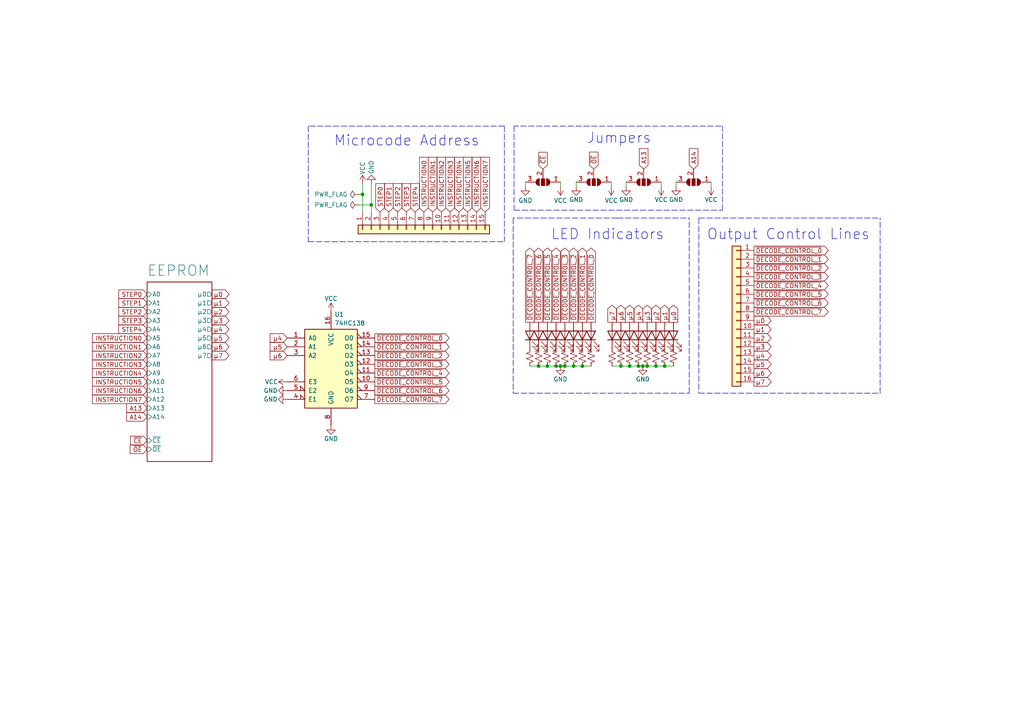
<source format=kicad_sch>
(kicad_sch (version 20211123) (generator eeschema)
  (paper "A4")
  (lib_symbols
    (symbol "74xx:74LS138" (pin_names (offset 1.016))
      (property "Reference" "U" (at -7.62 11.43 0))
      (property "Value" "74LS138" (at -7.62 -13.97 0))
      (symbol "74LS138_1_0"
        (pin input line (at -12.7 7.62 0) (length 5.08) (name "A0") (number "1"))
        (pin output output_low (at 12.7 -5.08 180) (length 5.08) (name "O5") (number "10"))
        (pin output output_low (at 12.7 -2.54 180) (length 5.08) (name "O4") (number "11"))
        (pin output output_low (at 12.7 0 180) (length 5.08) (name "O3") (number "12"))
        (pin output output_low (at 12.7 2.54 180) (length 5.08) (name "O2") (number "13"))
        (pin output output_low (at 12.7 5.08 180) (length 5.08) (name "O1") (number "14"))
        (pin output output_low (at 12.7 7.62 180) (length 5.08) (name "O0") (number "15"))
        (pin power_in line (at 0 15.24 270) (length 5.08) (name "VCC") (number "16"))
        (pin input line (at -12.7 5.08 0) (length 5.08) (name "A1") (number "2"))
        (pin input line (at -12.7 2.54 0) (length 5.08) (name "A2") (number "3"))
        (pin input input_low (at -12.7 -10.16 0) (length 5.08) (name "E1") (number "4"))
        (pin input input_low (at -12.7 -7.62 0) (length 5.08) (name "E2") (number "5"))
        (pin input line (at -12.7 -5.08 0) (length 5.08) (name "E3") (number "6"))
        (pin output output_low (at 12.7 -10.16 180) (length 5.08) (name "O7") (number "7"))
        (pin power_in line (at 0 -17.78 90) (length 5.08) (name "GND") (number "8"))
        (pin output output_low (at 12.7 -7.62 180) (length 5.08) (name "O6") (number "9"))
      )
      (symbol "74LS138_1_1"
        (rectangle (start -7.62 10.16) (end 7.62 -12.7) (stroke (width 0.254)) (fill (type background)))
      )
    )
    (symbol "Connector_Generic:Conn_01x15" (pin_names (offset 1.016) hide)
      (property "Reference" "J" (at 0 20.32 0))
      (property "Value" "Conn_01x15" (at 0 -20.32 0))
      (symbol "Conn_01x15_1_1"
        (rectangle (start -1.27 -17.653) (end 0 -17.907) (stroke (width 0.1524)))
        (rectangle (start -1.27 -15.113) (end 0 -15.367) (stroke (width 0.1524)))
        (rectangle (start -1.27 -12.573) (end 0 -12.827) (stroke (width 0.1524)))
        (rectangle (start -1.27 -10.033) (end 0 -10.287) (stroke (width 0.1524)))
        (rectangle (start -1.27 -7.493) (end 0 -7.747) (stroke (width 0.1524)))
        (rectangle (start -1.27 -4.953) (end 0 -5.207) (stroke (width 0.1524)))
        (rectangle (start -1.27 -2.413) (end 0 -2.667) (stroke (width 0.1524)))
        (rectangle (start -1.27 0.127) (end 0 -0.127) (stroke (width 0.1524)))
        (rectangle (start -1.27 2.667) (end 0 2.413) (stroke (width 0.1524)))
        (rectangle (start -1.27 5.207) (end 0 4.953) (stroke (width 0.1524)))
        (rectangle (start -1.27 7.747) (end 0 7.493) (stroke (width 0.1524)))
        (rectangle (start -1.27 10.287) (end 0 10.033) (stroke (width 0.1524)))
        (rectangle (start -1.27 12.827) (end 0 12.573) (stroke (width 0.1524)))
        (rectangle (start -1.27 15.367) (end 0 15.113) (stroke (width 0.1524)))
        (rectangle (start -1.27 17.907) (end 0 17.653) (stroke (width 0.1524)))
        (rectangle (start -1.27 19.05) (end 1.27 -19.05) (stroke (width 0.254)) (fill (type background)))
        (pin passive line (at -5.08 17.78 0) (length 3.81) (name "Pin_1") (number "1"))
        (pin passive line (at -5.08 -5.08 0) (length 3.81) (name "Pin_10") (number "10"))
        (pin passive line (at -5.08 -7.62 0) (length 3.81) (name "Pin_11") (number "11"))
        (pin passive line (at -5.08 -10.16 0) (length 3.81) (name "Pin_12") (number "12"))
        (pin passive line (at -5.08 -12.7 0) (length 3.81) (name "Pin_13") (number "13"))
        (pin passive line (at -5.08 -15.24 0) (length 3.81) (name "Pin_14") (number "14"))
        (pin passive line (at -5.08 -17.78 0) (length 3.81) (name "Pin_15") (number "15"))
        (pin passive line (at -5.08 15.24 0) (length 3.81) (name "Pin_2") (number "2"))
        (pin passive line (at -5.08 12.7 0) (length 3.81) (name "Pin_3") (number "3"))
        (pin passive line (at -5.08 10.16 0) (length 3.81) (name "Pin_4") (number "4"))
        (pin passive line (at -5.08 7.62 0) (length 3.81) (name "Pin_5") (number "5"))
        (pin passive line (at -5.08 5.08 0) (length 3.81) (name "Pin_6") (number "6"))
        (pin passive line (at -5.08 2.54 0) (length 3.81) (name "Pin_7") (number "7"))
        (pin passive line (at -5.08 0 0) (length 3.81) (name "Pin_8") (number "8"))
        (pin passive line (at -5.08 -2.54 0) (length 3.81) (name "Pin_9") (number "9"))
      )
    )
    (symbol "Connector_Generic:Conn_01x16" (pin_names (offset 1.016) hide)
      (property "Reference" "J" (at 0 20.32 0))
      (property "Value" "Conn_01x16" (at 0 -22.86 0))
      (symbol "Conn_01x16_1_1"
        (rectangle (start -1.27 -20.193) (end 0 -20.447) (stroke (width 0.1524)))
        (rectangle (start -1.27 -17.653) (end 0 -17.907) (stroke (width 0.1524)))
        (rectangle (start -1.27 -15.113) (end 0 -15.367) (stroke (width 0.1524)))
        (rectangle (start -1.27 -12.573) (end 0 -12.827) (stroke (width 0.1524)))
        (rectangle (start -1.27 -10.033) (end 0 -10.287) (stroke (width 0.1524)))
        (rectangle (start -1.27 -7.493) (end 0 -7.747) (stroke (width 0.1524)))
        (rectangle (start -1.27 -4.953) (end 0 -5.207) (stroke (width 0.1524)))
        (rectangle (start -1.27 -2.413) (end 0 -2.667) (stroke (width 0.1524)))
        (rectangle (start -1.27 0.127) (end 0 -0.127) (stroke (width 0.1524)))
        (rectangle (start -1.27 2.667) (end 0 2.413) (stroke (width 0.1524)))
        (rectangle (start -1.27 5.207) (end 0 4.953) (stroke (width 0.1524)))
        (rectangle (start -1.27 7.747) (end 0 7.493) (stroke (width 0.1524)))
        (rectangle (start -1.27 10.287) (end 0 10.033) (stroke (width 0.1524)))
        (rectangle (start -1.27 12.827) (end 0 12.573) (stroke (width 0.1524)))
        (rectangle (start -1.27 15.367) (end 0 15.113) (stroke (width 0.1524)))
        (rectangle (start -1.27 17.907) (end 0 17.653) (stroke (width 0.1524)))
        (rectangle (start -1.27 19.05) (end 1.27 -21.59) (stroke (width 0.254)) (fill (type background)))
        (pin passive line (at -5.08 17.78 0) (length 3.81) (name "Pin_1") (number "1"))
        (pin passive line (at -5.08 -5.08 0) (length 3.81) (name "Pin_10") (number "10"))
        (pin passive line (at -5.08 -7.62 0) (length 3.81) (name "Pin_11") (number "11"))
        (pin passive line (at -5.08 -10.16 0) (length 3.81) (name "Pin_12") (number "12"))
        (pin passive line (at -5.08 -12.7 0) (length 3.81) (name "Pin_13") (number "13"))
        (pin passive line (at -5.08 -15.24 0) (length 3.81) (name "Pin_14") (number "14"))
        (pin passive line (at -5.08 -17.78 0) (length 3.81) (name "Pin_15") (number "15"))
        (pin passive line (at -5.08 -20.32 0) (length 3.81) (name "Pin_16") (number "16"))
        (pin passive line (at -5.08 15.24 0) (length 3.81) (name "Pin_2") (number "2"))
        (pin passive line (at -5.08 12.7 0) (length 3.81) (name "Pin_3") (number "3"))
        (pin passive line (at -5.08 10.16 0) (length 3.81) (name "Pin_4") (number "4"))
        (pin passive line (at -5.08 7.62 0) (length 3.81) (name "Pin_5") (number "5"))
        (pin passive line (at -5.08 5.08 0) (length 3.81) (name "Pin_6") (number "6"))
        (pin passive line (at -5.08 2.54 0) (length 3.81) (name "Pin_7") (number "7"))
        (pin passive line (at -5.08 0 0) (length 3.81) (name "Pin_8") (number "8"))
        (pin passive line (at -5.08 -2.54 0) (length 3.81) (name "Pin_9") (number "9"))
      )
    )
    (symbol "Device:LED" (pin_numbers hide) (pin_names (offset 1.016) hide)
      (property "Reference" "D" (at 0 2.54 0))
      (property "Value" "LED" (at 0 -2.54 0))
      (symbol "LED_0_1"
        (polyline (pts (xy -1.27 -1.27) (xy -1.27 1.27)) (stroke (width 0.254)))
        (polyline (pts (xy -1.27 0) (xy 1.27 0)))
        (polyline (pts (xy 1.27 -1.27) (xy 1.27 1.27) (xy -1.27 0) (xy 1.27 -1.27)) (stroke (width 0.254)))
        (polyline (pts (xy -3.048 -0.762) (xy -4.572 -2.286) (xy -3.81 -2.286) (xy -4.572 -2.286) (xy -4.572 -1.524)))
        (polyline (pts (xy -1.778 -0.762) (xy -3.302 -2.286) (xy -2.54 -2.286) (xy -3.302 -2.286) (xy -3.302 -1.524)))
      )
      (symbol "LED_1_1"
        (pin passive line (at -3.81 0 0) (length 2.54) (name "K") (number "1"))
        (pin passive line (at 3.81 0 180) (length 2.54) (name "A") (number "2"))
      )
    )
    (symbol "Device:R_Small_US" (pin_numbers hide) (pin_names (offset 0.254) hide)
      (property "Reference" "R" (at 0.762 0.508 0))
      (property "Value" "R_Small_US" (at 0.762 -1.016 0))
      (symbol "R_Small_US_1_1"
        (polyline (pts (xy 0 0) (xy 1.016 -0.381) (xy 0 -0.762) (xy -1.016 -1.143) (xy 0 -1.524)))
        (polyline (pts (xy 0 1.524) (xy 1.016 1.143) (xy 0 0.762) (xy -1.016 0.381) (xy 0 0)))
        (pin passive line (at 0 2.54 270) (length 1.016) (name "~") (number "1"))
        (pin passive line (at 0 -2.54 90) (length 1.016) (name "~") (number "2"))
      )
    )
    (symbol "Jumper:SolderJumper_3_Open" (pin_names (offset 0) hide)
      (property "Reference" "JP" (at -2.54 -2.54 0))
      (property "Value" "SolderJumper_3_Open" (at 0 2.794 0))
      (symbol "SolderJumper_3_Open_0_1"
        (arc (start -1.016 1.016) (mid -2.032 0) (end -1.016 -1.016))
        (arc (start -1.016 1.016) (mid -2.032 0) (end -1.016 -1.016) (fill (type outline)))
        (rectangle (start -0.508 1.016) (end 0.508 -1.016) (fill (type outline)))
        (polyline (pts (xy -2.54 0) (xy -2.032 0)))
        (polyline (pts (xy -1.016 1.016) (xy -1.016 -1.016)))
        (polyline (pts (xy 0 -1.27) (xy 0 -1.016)))
        (polyline (pts (xy 1.016 1.016) (xy 1.016 -1.016)))
        (polyline (pts (xy 2.54 0) (xy 2.032 0)))
        (arc (start 1.016 -1.016) (mid 2.032 0) (end 1.016 1.016))
        (arc (start 1.016 -1.016) (mid 2.032 0) (end 1.016 1.016) (fill (type outline)))
      )
      (symbol "SolderJumper_3_Open_1_1"
        (pin passive line (at -5.08 0 0) (length 2.54) (name "A") (number "1"))
        (pin input line (at 0 -3.81 90) (length 2.54) (name "C") (number "2"))
        (pin passive line (at 5.08 0 180) (length 2.54) (name "B") (number "3"))
      )
    )
    (symbol "power:GND" (power) (pin_names (offset 0))
      (property "Value" "GND" (at 0 -3.81 0))
      (symbol "GND_0_1"
        (polyline (pts (xy 0 0) (xy 0 -1.27) (xy 1.27 -1.27) (xy 0 -2.54) (xy -1.27 -1.27) (xy 0 -1.27)))
      )
      (symbol "GND_1_1"
        (pin power_in line (at 0 0 270) (length 0) hide (name "GND") (number "1"))
      )
    )
    (symbol "power:PWR_FLAG" (power) (pin_numbers hide) (pin_names (offset 0) hide)
      (property "Value" "PWR_FLAG" (at 0 3.81 0))
      (symbol "PWR_FLAG_0_0"
        (pin power_out line (at 0 0 90) (length 0) (name "pwr") (number "1"))
      )
      (symbol "PWR_FLAG_0_1"
        (polyline (pts (xy 0 0) (xy 0 1.27) (xy -1.016 1.905) (xy 0 2.54) (xy 1.016 1.905) (xy 0 1.27)))
      )
    )
    (symbol "power:VCC" (power) (pin_names (offset 0))
      (property "Value" "VCC" (at 0 3.81 0))
      (symbol "VCC_0_1"
        (polyline (pts (xy -0.762 1.27) (xy 0 2.54)))
        (polyline (pts (xy 0 0) (xy 0 2.54)))
        (polyline (pts (xy 0 2.54) (xy 0.762 1.27)))
      )
      (symbol "VCC_1_1"
        (pin power_in line (at 0 0 90) (length 0) hide (name "VCC") (number "1"))
      )
    )
  )
  (junction (at 158.75 106.172))
  (junction (at 161.29 106.172))
  (junction (at 105.156 56.388))
  (junction (at 192.786 106.172))
  (junction (at 187.706 106.172))
  (junction (at 163.83 106.172))
  (junction (at 162.56 106.172))
  (junction (at 190.246 106.172))
  (junction (at 168.91 106.172))
  (junction (at 156.21 106.172))
  (junction (at 107.696 59.436))
  (junction (at 180.086 106.172))
  (junction (at 166.37 106.172))
  (junction (at 186.436 106.172))
  (junction (at 185.166 106.172))
  (junction (at 182.626 106.172))
  (wire (pts (xy 191.77 54.102) (xy 191.77 52.832)))
  (wire (pts (xy 158.75 106.172) (xy 156.21 106.172)))
  (polyline (pts (xy 148.844 63.246) (xy 148.844 114.046)))
  (wire (pts (xy 107.696 59.436) (xy 107.696 61.468)))
  (polyline (pts (xy 199.898 114.046) (xy 199.898 63.246)))
  (polyline (pts (xy 146.304 36.576) (xy 89.408 36.576)))
  (polyline (pts (xy 202.692 114.046) (xy 255.27 114.046)))
  (wire (pts (xy 182.626 106.172) (xy 185.166 106.172)))
  (polyline (pts (xy 149.098 36.576) (xy 149.098 60.96)))
  (polyline (pts (xy 89.408 70.104) (xy 146.304 70.104)))
  (wire (pts (xy 162.56 54.102) (xy 162.56 52.832)))
  (wire (pts (xy 171.45 106.172) (xy 168.91 106.172)))
  (wire (pts (xy 186.436 106.172) (xy 187.706 106.172)))
  (wire (pts (xy 162.56 106.172) (xy 161.29 106.172)))
  (wire (pts (xy 107.696 53.34) (xy 107.696 59.436)))
  (wire (pts (xy 190.246 106.172) (xy 192.786 106.172)))
  (wire (pts (xy 156.21 106.172) (xy 153.67 106.172)))
  (wire (pts (xy 168.91 106.172) (xy 166.37 106.172)))
  (wire (pts (xy 196.088 54.102) (xy 196.088 52.832)))
  (wire (pts (xy 104.14 56.388) (xy 105.156 56.388)))
  (wire (pts (xy 206.248 54.102) (xy 206.248 52.832)))
  (wire (pts (xy 181.61 54.102) (xy 181.61 52.832)))
  (wire (pts (xy 177.292 54.102) (xy 177.292 52.832)))
  (wire (pts (xy 105.156 53.34) (xy 105.156 56.388)))
  (polyline (pts (xy 149.098 60.96) (xy 209.55 60.96)))
  (wire (pts (xy 192.786 106.172) (xy 195.326 106.172)))
  (wire (pts (xy 177.546 106.172) (xy 180.086 106.172)))
  (polyline (pts (xy 146.304 36.576) (xy 146.304 70.104)))
  (polyline (pts (xy 179.07 63.246) (xy 148.844 63.246)))
  (wire (pts (xy 161.29 106.172) (xy 158.75 106.172)))
  (polyline (pts (xy 255.27 114.046) (xy 255.27 63.246)))
  (wire (pts (xy 180.086 106.172) (xy 182.626 106.172)))
  (wire (pts (xy 187.706 106.172) (xy 190.246 106.172)))
  (wire (pts (xy 185.166 106.172) (xy 186.436 106.172)))
  (wire (pts (xy 166.37 106.172) (xy 163.83 106.172)))
  (polyline (pts (xy 89.408 36.576) (xy 89.408 70.104)))
  (polyline (pts (xy 202.692 63.246) (xy 202.692 114.046)))
  (wire (pts (xy 105.156 56.388) (xy 105.156 61.468)))
  (polyline (pts (xy 202.692 63.246) (xy 255.27 63.246)))
  (polyline (pts (xy 148.844 114.046) (xy 199.898 114.046)))
  (polyline (pts (xy 180.086 36.576) (xy 209.55 36.576)))
  (polyline (pts (xy 180.086 36.576) (xy 149.098 36.576)))
  (polyline (pts (xy 209.55 60.96) (xy 209.55 36.576)))
  (polyline (pts (xy 179.07 63.246) (xy 199.898 63.246)))
  (wire (pts (xy 104.14 59.436) (xy 107.696 59.436)))
  (wire (pts (xy 163.83 106.172) (xy 162.56 106.172)))
  (wire (pts (xy 167.132 54.102) (xy 167.132 52.832)))
  (wire (pts (xy 152.4 54.102) (xy 152.4 52.832)))
  (text "Output Control Lines" (at 204.978 69.85 0) (effects (font (size 3 3)) (justify left bottom)))
  (text "Microcode Address" (at 96.774 42.672 0) (effects (font (size 3 3)) (justify left bottom)))
  (text "LED Indicators" (at 159.766 69.85 0) (effects (font (size 3 3)) (justify left bottom)))
  (text "Jumpers" (at 170.18 41.91 0) (effects (font (size 3 3)) (justify left bottom)))
  (global_label "INSTRUCTION4" (shape input) (at 133.096 61.468 90) (property "Intersheet References" "${INTERSHEET_REFS}" (effects hide)))
  (global_label "STEP4" (shape input) (at 42.672 95.504 180) (property "Intersheet References" "${INTERSHEET_REFS}" (effects hide)))
  (global_label "~{DECODE_CONTROL_4}" (shape output) (at 161.29 93.472 90) (property "Intersheet References" "${INTERSHEET_REFS}" (effects hide)))
  (global_label "INSTRUCTION3" (shape input) (at 42.672 105.664 180) (property "Intersheet References" "${INTERSHEET_REFS}" (effects hide)))
  (global_label "~{DECODE_CONTROL_6}" (shape output) (at 108.712 113.284 0) (property "Intersheet References" "${INTERSHEET_REFS}" (effects hide)))
  (global_label "STEP2" (shape input) (at 42.672 90.424 180) (property "Intersheet References" "${INTERSHEET_REFS}" (effects hide)))
  (global_label "μ5" (shape input) (at 83.312 100.584 180) (property "Intersheet References" "${INTERSHEET_REFS}" (effects hide)))
  (global_label "μ6" (shape output) (at 61.468 100.584 0) (property "Intersheet References" "${INTERSHEET_REFS}" (effects hide)))
  (global_label "INSTRUCTION5" (shape input) (at 135.636 61.468 90) (property "Intersheet References" "${INTERSHEET_REFS}" (effects hide)))
  (global_label "INSTRUCTION2" (shape input) (at 42.672 103.124 180) (property "Intersheet References" "${INTERSHEET_REFS}" (effects hide)))
  (global_label "~{DECODE_CONTROL_3}" (shape output) (at 163.83 93.472 90) (property "Intersheet References" "${INTERSHEET_REFS}" (effects hide)))
  (global_label "~{CE}" (shape input) (at 157.48 49.022 90) (property "Intersheet References" "${INTERSHEET_REFS}" (effects hide)))
  (global_label "~{DECODE_CONTROL_7}" (shape output) (at 218.694 90.424 0) (property "Intersheet References" "${INTERSHEET_REFS}" (effects hide)))
  (global_label "STEP3" (shape input) (at 117.856 61.468 90) (property "Intersheet References" "${INTERSHEET_REFS}" (effects hide)))
  (global_label "μ0" (shape output) (at 218.694 92.964 0) (property "Intersheet References" "${INTERSHEET_REFS}" (effects hide)))
  (global_label "μ6" (shape input) (at 83.312 103.124 180) (property "Intersheet References" "${INTERSHEET_REFS}" (effects hide)))
  (global_label "μ4" (shape input) (at 83.312 98.044 180) (property "Intersheet References" "${INTERSHEET_REFS}" (effects hide)))
  (global_label "STEP1" (shape input) (at 112.776 61.468 90) (property "Intersheet References" "${INTERSHEET_REFS}" (effects hide)))
  (global_label "μ0" (shape output) (at 195.326 93.472 90) (property "Intersheet References" "${INTERSHEET_REFS}" (effects hide)))
  (global_label "INSTRUCTION2" (shape input) (at 128.016 61.468 90) (property "Intersheet References" "${INTERSHEET_REFS}" (effects hide)))
  (global_label "~{DECODE_CONTROL_5}" (shape output) (at 158.75 93.472 90) (property "Intersheet References" "${INTERSHEET_REFS}" (effects hide)))
  (global_label "~{DECODE_CONTROL_2}" (shape output) (at 166.37 93.472 90) (property "Intersheet References" "${INTERSHEET_REFS}" (effects hide)))
  (global_label "~{DECODE_CONTROL_4}" (shape output) (at 218.694 82.804 0) (property "Intersheet References" "${INTERSHEET_REFS}" (effects hide)))
  (global_label "μ6" (shape output) (at 218.694 108.204 0) (property "Intersheet References" "${INTERSHEET_REFS}" (effects hide)))
  (global_label "~{DECODE_CONTROL_0}" (shape output) (at 171.45 93.472 90) (property "Intersheet References" "${INTERSHEET_REFS}" (effects hide)))
  (global_label "~{DECODE_CONTROL_1}" (shape output) (at 108.712 100.584 0) (property "Intersheet References" "${INTERSHEET_REFS}" (effects hide)))
  (global_label "μ7" (shape output) (at 218.694 110.744 0) (property "Intersheet References" "${INTERSHEET_REFS}" (effects hide)))
  (global_label "μ7" (shape output) (at 61.468 103.124 0) (property "Intersheet References" "${INTERSHEET_REFS}" (effects hide)))
  (global_label "μ7" (shape output) (at 177.546 93.472 90) (property "Intersheet References" "${INTERSHEET_REFS}" (effects hide)))
  (global_label "μ3" (shape output) (at 61.468 92.964 0) (property "Intersheet References" "${INTERSHEET_REFS}" (effects hide)))
  (global_label "μ5" (shape output) (at 218.694 105.664 0) (property "Intersheet References" "${INTERSHEET_REFS}" (effects hide)))
  (global_label "A14" (shape input) (at 201.168 49.022 90) (property "Intersheet References" "${INTERSHEET_REFS}" (effects hide)))
  (global_label "~{DECODE_CONTROL_6}" (shape output) (at 218.694 87.884 0) (property "Intersheet References" "${INTERSHEET_REFS}" (effects hide)))
  (global_label "~{OE}" (shape input) (at 172.212 49.022 90) (property "Intersheet References" "${INTERSHEET_REFS}" (effects hide)))
  (global_label "INSTRUCTION5" (shape input) (at 42.672 110.744 180) (property "Intersheet References" "${INTERSHEET_REFS}" (effects hide)))
  (global_label "~{DECODE_CONTROL_5}" (shape output) (at 108.712 110.744 0) (property "Intersheet References" "${INTERSHEET_REFS}" (effects hide)))
  (global_label "A13" (shape input) (at 42.672 118.364 180) (property "Intersheet References" "${INTERSHEET_REFS}" (effects hide)))
  (global_label "~{DECODE_CONTROL_2}" (shape output) (at 218.694 77.724 0) (property "Intersheet References" "${INTERSHEET_REFS}" (effects hide)))
  (global_label "μ2" (shape output) (at 61.468 90.424 0) (property "Intersheet References" "${INTERSHEET_REFS}" (effects hide)))
  (global_label "~{DECODE_CONTROL_7}" (shape output) (at 153.67 93.472 90) (property "Intersheet References" "${INTERSHEET_REFS}" (effects hide)))
  (global_label "μ1" (shape output) (at 218.694 95.504 0) (property "Intersheet References" "${INTERSHEET_REFS}" (effects hide)))
  (global_label "A13" (shape input) (at 186.69 49.022 90) (property "Intersheet References" "${INTERSHEET_REFS}" (effects hide)))
  (global_label "INSTRUCTION1" (shape input) (at 125.476 61.468 90) (property "Intersheet References" "${INTERSHEET_REFS}" (effects hide)))
  (global_label "μ1" (shape output) (at 61.468 87.884 0) (property "Intersheet References" "${INTERSHEET_REFS}" (effects hide)))
  (global_label "INSTRUCTION0" (shape input) (at 42.672 98.044 180) (property "Intersheet References" "${INTERSHEET_REFS}" (effects hide)))
  (global_label "μ2" (shape output) (at 218.694 98.044 0) (property "Intersheet References" "${INTERSHEET_REFS}" (effects hide)))
  (global_label "INSTRUCTION7" (shape input) (at 42.672 115.824 180) (property "Intersheet References" "${INTERSHEET_REFS}" (effects hide)))
  (global_label "~{OE}" (shape input) (at 42.672 130.302 180) (property "Intersheet References" "${INTERSHEET_REFS}" (effects hide)))
  (global_label "~{DECODE_CONTROL_4}" (shape output) (at 108.712 108.204 0) (property "Intersheet References" "${INTERSHEET_REFS}" (effects hide)))
  (global_label "INSTRUCTION4" (shape input) (at 42.672 108.204 180) (property "Intersheet References" "${INTERSHEET_REFS}" (effects hide)))
  (global_label "~{DECODE_CONTROL_3}" (shape output) (at 218.694 80.264 0) (property "Intersheet References" "${INTERSHEET_REFS}" (effects hide)))
  (global_label "~{DECODE_CONTROL_6}" (shape output) (at 156.21 93.472 90) (property "Intersheet References" "${INTERSHEET_REFS}" (effects hide)))
  (global_label "μ5" (shape output) (at 182.626 93.472 90) (property "Intersheet References" "${INTERSHEET_REFS}" (effects hide)))
  (global_label "~{DECODE_CONTROL_0}" (shape output) (at 218.694 72.644 0) (property "Intersheet References" "${INTERSHEET_REFS}" (effects hide)))
  (global_label "A14" (shape input) (at 42.672 120.904 180) (property "Intersheet References" "${INTERSHEET_REFS}" (effects hide)))
  (global_label "~{DECODE_CONTROL_5}" (shape output) (at 218.694 85.344 0) (property "Intersheet References" "${INTERSHEET_REFS}" (effects hide)))
  (global_label "~{DECODE_CONTROL_3}" (shape output) (at 108.712 105.664 0) (property "Intersheet References" "${INTERSHEET_REFS}" (effects hide)))
  (global_label "STEP0" (shape input) (at 42.672 85.344 180) (property "Intersheet References" "${INTERSHEET_REFS}" (effects hide)))
  (global_label "INSTRUCTION0" (shape input) (at 122.936 61.468 90) (property "Intersheet References" "${INTERSHEET_REFS}" (effects hide)))
  (global_label "~{DECODE_CONTROL_7}" (shape output) (at 108.712 115.824 0) (property "Intersheet References" "${INTERSHEET_REFS}" (effects hide)))
  (global_label "~{CE}" (shape input) (at 42.672 127.762 180) (property "Intersheet References" "${INTERSHEET_REFS}" (effects hide)))
  (global_label "μ5" (shape output) (at 61.468 98.044 0) (property "Intersheet References" "${INTERSHEET_REFS}" (effects hide)))
  (global_label "INSTRUCTION1" (shape input) (at 42.672 100.584 180) (property "Intersheet References" "${INTERSHEET_REFS}" (effects hide)))
  (global_label "INSTRUCTION3" (shape input) (at 130.556 61.468 90) (property "Intersheet References" "${INTERSHEET_REFS}" (effects hide)))
  (global_label "μ1" (shape output) (at 192.786 93.472 90) (property "Intersheet References" "${INTERSHEET_REFS}" (effects hide)))
  (global_label "μ2" (shape output) (at 190.246 93.472 90) (property "Intersheet References" "${INTERSHEET_REFS}" (effects hide)))
  (global_label "STEP4" (shape input) (at 120.396 61.468 90) (property "Intersheet References" "${INTERSHEET_REFS}" (effects hide)))
  (global_label "μ4" (shape output) (at 218.694 103.124 0) (property "Intersheet References" "${INTERSHEET_REFS}" (effects hide)))
  (global_label "~{DECODE_CONTROL_2}" (shape output) (at 108.712 103.124 0) (property "Intersheet References" "${INTERSHEET_REFS}" (effects hide)))
  (global_label "~{DECODE_CONTROL_1}" (shape output) (at 168.91 93.472 90) (property "Intersheet References" "${INTERSHEET_REFS}" (effects hide)))
  (global_label "μ4" (shape output) (at 185.166 93.472 90) (property "Intersheet References" "${INTERSHEET_REFS}" (effects hide)))
  (global_label "INSTRUCTION7" (shape input) (at 140.716 61.468 90) (property "Intersheet References" "${INTERSHEET_REFS}" (effects hide)))
  (global_label "μ6" (shape output) (at 180.086 93.472 90) (property "Intersheet References" "${INTERSHEET_REFS}" (effects hide)))
  (global_label "μ3" (shape output) (at 187.706 93.472 90) (property "Intersheet References" "${INTERSHEET_REFS}" (effects hide)))
  (global_label "μ4" (shape output) (at 61.468 95.504 0) (property "Intersheet References" "${INTERSHEET_REFS}" (effects hide)))
  (global_label "STEP2" (shape input) (at 115.316 61.468 90) (property "Intersheet References" "${INTERSHEET_REFS}" (effects hide)))
  (global_label "STEP0" (shape input) (at 110.236 61.468 90) (property "Intersheet References" "${INTERSHEET_REFS}" (effects hide)))
  (global_label "STEP3" (shape input) (at 42.672 92.964 180) (property "Intersheet References" "${INTERSHEET_REFS}" (effects hide)))
  (global_label "μ3" (shape output) (at 218.694 100.584 0) (property "Intersheet References" "${INTERSHEET_REFS}" (effects hide)))
  (global_label "STEP1" (shape input) (at 42.672 87.884 180) (property "Intersheet References" "${INTERSHEET_REFS}" (effects hide)))
  (global_label "~{DECODE_CONTROL_1}" (shape output) (at 218.694 75.184 0) (property "Intersheet References" "${INTERSHEET_REFS}" (effects hide)))
  (global_label "μ0" (shape output) (at 61.468 85.344 0) (property "Intersheet References" "${INTERSHEET_REFS}" (effects hide)))
  (global_label "INSTRUCTION6" (shape input) (at 42.672 113.284 180) (property "Intersheet References" "${INTERSHEET_REFS}" (effects hide)))
  (global_label "~{DECODE_CONTROL_0}" (shape output) (at 108.712 98.044 0) (property "Intersheet References" "${INTERSHEET_REFS}" (effects hide)))
  (global_label "INSTRUCTION6" (shape input) (at 138.176 61.468 90) (property "Intersheet References" "${INTERSHEET_REFS}" (effects hide)))
  (symbol (lib_id "power:GND") (at 181.61 54.102 0) (unit 1)
    (property "Reference" "#PWR012" (effects hide))
    (property "Value" "GND" (at 181.61 57.912 0))
  )
  (symbol (lib_id "Device:R_Small_US") (at 171.45 103.632 0) (mirror y) (unit 1)
    (property "Reference" "R16" (effects hide))
    (property "Value" "R_Small_US" (effects hide))
    (property "Footprint" "Resistor_SMD:R_0805_2012Metric" (effects hide))
  )
  (symbol (lib_id "power:PWR_FLAG") (at 104.14 56.388 90) (unit 1)
    (property "Reference" "#FLG01" (effects hide))
    (property "Value" "PWR_FLAG" (at 100.838 56.3879 90) (effects (justify left)))
  )
  (symbol (lib_id "Device:LED") (at 163.83 97.282 90) (unit 1)
    (property "Reference" "D10" (effects hide))
    (property "Value" "LED" (effects hide))
    (property "Footprint" "LED_SMD:LED_0805_2012Metric" (effects hide))
  )
  (symbol (lib_id "Device:LED") (at 185.166 97.282 90) (unit 1)
    (property "Reference" "D7" (effects hide))
    (property "Value" "LED" (effects hide))
    (property "Footprint" "LED_SMD:LED_0805_2012Metric" (effects hide))
  )
  (symbol (lib_id "Device:LED") (at 161.29 97.282 90) (unit 1)
    (property "Reference" "D8" (effects hide))
    (property "Value" "LED" (effects hide))
    (property "Footprint" "LED_SMD:LED_0805_2012Metric" (effects hide))
  )
  (symbol (lib_id "Device:R_Small_US") (at 163.83 103.632 0) (mirror y) (unit 1)
    (property "Reference" "R10" (effects hide))
    (property "Value" "R_Small_US" (effects hide))
    (property "Footprint" "Resistor_SMD:R_0805_2012Metric" (effects hide))
  )
  (symbol (lib_id "Device:LED") (at 156.21 97.282 90) (unit 1)
    (property "Reference" "D4" (effects hide))
    (property "Value" "LED" (effects hide))
    (property "Footprint" "LED_SMD:LED_0805_2012Metric" (effects hide))
  )
  (symbol (lib_id "Jumper:SolderJumper_3_Open") (at 172.212 52.832 180) (unit 1)
    (property "Reference" "JP2" (effects hide))
    (property "Value" "~{OE}" (effects hide))
    (property "Footprint" "Jumper:SolderJumper-3_P1.3mm_Open_RoundedPad1.0x1.5mm" (effects hide))
  )
  (symbol (lib_id "Device:R_Small_US") (at 192.786 103.632 0) (unit 1)
    (property "Reference" "R13" (effects hide))
    (property "Value" "R_Small_US" (effects hide))
    (property "Footprint" "Resistor_SMD:R_0805_2012Metric" (effects hide))
  )
  (symbol (lib_id "Device:R_Small_US") (at 190.246 103.632 0) (unit 1)
    (property "Reference" "R11" (effects hide))
    (property "Value" "R_Small_US" (effects hide))
    (property "Footprint" "Resistor_SMD:R_0805_2012Metric" (effects hide))
  )
  (symbol (lib_id "power:VCC") (at 206.248 54.102 180) (unit 1)
    (property "Reference" "#PWR015" (effects hide))
    (property "Value" "VCC" (at 206.248 57.912 0))
  )
  (symbol (lib_id "Device:LED") (at 177.546 97.282 90) (unit 1)
    (property "Reference" "D1" (effects hide))
    (property "Value" "LED" (effects hide))
    (property "Footprint" "LED_SMD:LED_0805_2012Metric" (effects hide))
  )
  (symbol (lib_id "Device:R_Small_US") (at 177.546 103.632 0) (unit 1)
    (property "Reference" "R1" (effects hide))
    (property "Value" "R_Small_US" (effects hide))
    (property "Footprint" "Resistor_SMD:R_0805_2012Metric" (effects hide))
  )
  (symbol (lib_id "Connector_Generic:Conn_01x15") (at 122.936 66.548 90) (mirror x) (unit 1)
    (property "Reference" "J1" (effects hide))
    (property "Value" "Conn_01x15" (effects hide))
    (property "Footprint" "Connector_PinHeader_2.54mm:PinHeader_1x15_P2.54mm_Vertical" (effects hide))
  )
  (symbol (lib_id "Device:R_Small_US") (at 168.91 103.632 0) (mirror y) (unit 1)
    (property "Reference" "R14" (effects hide))
    (property "Value" "R_Small_US" (effects hide))
    (property "Footprint" "Resistor_SMD:R_0805_2012Metric" (effects hide))
  )
  (symbol (lib_id "Device:LED") (at 168.91 97.282 90) (unit 1)
    (property "Reference" "D14" (effects hide))
    (property "Value" "LED" (effects hide))
    (property "Footprint" "LED_SMD:LED_0805_2012Metric" (effects hide))
  )
  (symbol (lib_id "power:VCC") (at 105.156 53.34 0) (unit 1)
    (property "Reference" "#PWR01" (effects hide))
    (property "Value" "VCC" (at 105.156 48.768 90))
  )
  (symbol (lib_id "Jumper:SolderJumper_3_Open") (at 157.48 52.832 180) (unit 1)
    (property "Reference" "JP1" (effects hide))
    (property "Value" "~{CE}" (effects hide))
    (property "Footprint" "Jumper:SolderJumper-3_P1.3mm_Open_RoundedPad1.0x1.5mm" (effects hide))
  )
  (symbol (lib_id "power:GND") (at 96.012 123.444 0) (unit 1)
    (property "Reference" "#PWR09" (effects hide))
    (property "Value" "GND" (at 96.012 127.254 0))
  )
  (symbol (lib_id "power:VCC") (at 177.292 54.102 180) (unit 1)
    (property "Reference" "#PWR011" (effects hide))
    (property "Value" "VCC" (at 177.292 58.166 0))
  )
  (symbol (lib_id "Device:LED") (at 195.326 97.282 90) (unit 1)
    (property "Reference" "D15" (effects hide))
    (property "Value" "LED" (effects hide))
    (property "Footprint" "LED_SMD:LED_0805_2012Metric" (effects hide))
  )
  (symbol (lib_id "Device:R_Small_US") (at 187.706 103.632 0) (unit 1)
    (property "Reference" "R9" (effects hide))
    (property "Value" "R_Small_US" (effects hide))
    (property "Footprint" "Resistor_SMD:R_0805_2012Metric" (effects hide))
  )
  (symbol (lib_id "Device:R_Small_US") (at 153.67 103.632 0) (mirror y) (unit 1)
    (property "Reference" "R2" (effects hide))
    (property "Value" "R_Small_US" (effects hide))
    (property "Footprint" "Resistor_SMD:R_0805_2012Metric" (effects hide))
  )
  (symbol (lib_id "power:VCC") (at 191.77 54.102 180) (unit 1)
    (property "Reference" "#PWR013" (effects hide))
    (property "Value" "VCC" (at 191.77 57.912 0))
  )
  (symbol (lib_id "Device:R_Small_US") (at 166.37 103.632 0) (mirror y) (unit 1)
    (property "Reference" "R12" (effects hide))
    (property "Value" "R_Small_US" (effects hide))
    (property "Footprint" "Resistor_SMD:R_0805_2012Metric" (effects hide))
  )
  (symbol (lib_id "power:GND") (at 162.56 106.172 0) (mirror y) (unit 1)
    (property "Reference" "#PWR017" (effects hide))
    (property "Value" "GND" (at 162.56 109.982 0))
  )
  (symbol (lib_id "power:PWR_FLAG") (at 104.14 59.436 90) (unit 1)
    (property "Reference" "#FLG02" (effects hide))
    (property "Value" "PWR_FLAG" (at 100.838 59.4359 90) (effects (justify left)))
  )
  (symbol (lib_id "Jumper:SolderJumper_3_Open") (at 186.69 52.832 180) (unit 1)
    (property "Reference" "JP3" (effects hide))
    (property "Value" "A13" (effects hide))
    (property "Footprint" "Jumper:SolderJumper-3_P1.3mm_Open_RoundedPad1.0x1.5mm" (effects hide))
  )
  (symbol (lib_id "Device:R_Small_US") (at 185.166 103.632 0) (unit 1)
    (property "Reference" "R7" (effects hide))
    (property "Value" "R_Small_US" (effects hide))
    (property "Footprint" "Resistor_SMD:R_0805_2012Metric" (effects hide))
  )
  (symbol (lib_id "power:GND") (at 186.436 106.172 0) (unit 1)
    (property "Reference" "#PWR016" (effects hide))
    (property "Value" "GND" (at 186.436 109.982 0))
  )
  (symbol (lib_id "power:GND") (at 196.088 54.102 0) (unit 1)
    (property "Reference" "#PWR014" (effects hide))
    (property "Value" "GND" (at 196.088 57.912 0))
  )
  (symbol (lib_id "Device:R_Small_US") (at 182.626 103.632 0) (unit 1)
    (property "Reference" "R5" (effects hide))
    (property "Value" "R_Small_US" (effects hide))
    (property "Footprint" "Resistor_SMD:R_0805_2012Metric" (effects hide))
  )
  (symbol (lib_id "Device:LED") (at 180.086 97.282 90) (unit 1)
    (property "Reference" "D3" (effects hide))
    (property "Value" "LED" (effects hide))
    (property "Footprint" "LED_SMD:LED_0805_2012Metric" (effects hide))
  )
  (symbol (lib_id "power:GND") (at 152.4 54.102 0) (unit 1)
    (property "Reference" "#PWR03" (effects hide))
    (property "Value" "GND" (at 152.4 58.166 0))
  )
  (symbol (lib_id "Device:LED") (at 192.786 97.282 90) (unit 1)
    (property "Reference" "D13" (effects hide))
    (property "Value" "LED" (effects hide))
    (property "Footprint" "LED_SMD:LED_0805_2012Metric" (effects hide))
  )
  (symbol (lib_id "power:VCC") (at 96.012 90.424 0) (unit 1)
    (property "Reference" "#PWR08" (effects hide))
    (property "Value" "VCC" (at 96.012 86.614 0))
  )
  (symbol (lib_id "Device:LED") (at 182.626 97.282 90) (unit 1)
    (property "Reference" "D5" (effects hide))
    (property "Value" "LED" (effects hide))
    (property "Footprint" "LED_SMD:LED_0805_2012Metric" (effects hide))
  )
  (symbol (lib_id "Device:LED") (at 153.67 97.282 90) (unit 1)
    (property "Reference" "D2" (effects hide))
    (property "Value" "LED" (effects hide))
    (property "Footprint" "LED_SMD:LED_0805_2012Metric" (effects hide))
  )
  (symbol (lib_id "Device:R_Small_US") (at 180.086 103.632 0) (unit 1)
    (property "Reference" "R3" (effects hide))
    (property "Value" "R_Small_US" (effects hide))
    (property "Footprint" "Resistor_SMD:R_0805_2012Metric" (effects hide))
  )
  (symbol (lib_id "Connector_Generic:Conn_01x16") (at 213.614 90.424 0) (mirror y) (unit 1)
    (property "Reference" "J2" (effects hide))
    (property "Value" "Conn_01x16" (effects hide))
    (property "Footprint" "Connector_PinHeader_2.54mm:PinHeader_1x16_P2.54mm_Vertical" (effects hide))
  )
  (symbol (lib_id "power:GND") (at 107.696 53.34 180) (unit 1)
    (property "Reference" "#PWR02" (effects hide))
    (property "Value" "GND" (at 107.696 48.514 90))
  )
  (symbol (lib_id "power:GND") (at 167.132 54.102 0) (unit 1)
    (property "Reference" "#PWR010" (effects hide))
    (property "Value" "GND" (at 167.132 57.912 0))
  )
  (symbol (lib_id "Device:LED") (at 166.37 97.282 90) (unit 1)
    (property "Reference" "D12" (effects hide))
    (property "Value" "LED" (effects hide))
    (property "Footprint" "LED_SMD:LED_0805_2012Metric" (effects hide))
  )
  (symbol (lib_id "74xx:74LS138") (at 96.012 105.664 0) (unit 1)
    (property "Reference" "U1" (at 97.028 91.186 0) (effects (justify left)))
    (property "Value" "74HC138" (at 97.028 93.726 0) (effects (justify left)))
    (property "Footprint" "Package_SO:TSSOP-16_4.4x5mm_P0.65mm" (effects hide))
    (property "Datasheet" "http://www.ti.com/lit/gpn/sn74LS138" (effects hide))
  )
  (symbol (lib_id "Device:LED") (at 187.706 97.282 90) (unit 1)
    (property "Reference" "D9" (effects hide))
    (property "Value" "LED" (effects hide))
    (property "Footprint" "LED_SMD:LED_0805_2012Metric" (effects hide))
  )
  (symbol (lib_id "Device:R_Small_US") (at 156.21 103.632 0) (mirror y) (unit 1)
    (property "Reference" "R4" (effects hide))
    (property "Value" "R_Small_US" (effects hide))
    (property "Footprint" "Resistor_SMD:R_0805_2012Metric" (effects hide))
  )
  (symbol (lib_id "Device:R_Small_US") (at 161.29 103.632 0) (mirror y) (unit 1)
    (property "Reference" "R8" (effects hide))
    (property "Value" "R_Small_US" (effects hide))
    (property "Footprint" "Resistor_SMD:R_0805_2012Metric" (effects hide))
  )
  (symbol (lib_id "Device:LED") (at 158.75 97.282 90) (unit 1)
    (property "Reference" "D6" (effects hide))
    (property "Value" "LED" (effects hide))
    (property "Footprint" "LED_SMD:LED_0805_2012Metric" (effects hide))
  )
  (symbol (lib_id "power:VCC") (at 162.56 54.102 180) (unit 1)
    (property "Reference" "#PWR07" (effects hide))
    (property "Value" "VCC" (at 162.56 58.166 0))
  )
  (symbol (lib_id "Device:LED") (at 171.45 97.282 90) (unit 1)
    (property "Reference" "D16" (effects hide))
    (property "Value" "LED" (effects hide))
    (property "Footprint" "LED_SMD:LED_0805_2012Metric" (effects hide))
  )
  (symbol (lib_id "Device:R_Small_US") (at 195.326 103.632 0) (unit 1)
    (property "Reference" "R15" (effects hide))
    (property "Value" "R_Small_US" (effects hide))
    (property "Footprint" "Resistor_SMD:R_0805_2012Metric" (effects hide))
  )
  (symbol (lib_id "Device:R_Small_US") (at 158.75 103.632 0) (mirror y) (unit 1)
    (property "Reference" "R6" (effects hide))
    (property "Value" "R_Small_US" (effects hide))
    (property "Footprint" "Resistor_SMD:R_0805_2012Metric" (effects hide))
  )
  (symbol (lib_id "power:GND") (at 83.312 115.824 270) (unit 1)
    (property "Reference" "#PWR06" (effects hide))
    (property "Value" "GND" (at 78.486 115.824 90))
  )
  (symbol (lib_id "Jumper:SolderJumper_3_Open") (at 201.168 52.832 180) (unit 1)
    (property "Reference" "JP4" (effects hide))
    (property "Value" "A14" (effects hide))
    (property "Footprint" "Jumper:SolderJumper-3_P1.3mm_Open_RoundedPad1.0x1.5mm" (effects hide))
  )
  (symbol (lib_id "power:VCC") (at 83.312 110.744 90) (unit 1)
    (property "Reference" "#PWR04" (effects hide))
    (property "Value" "VCC" (at 78.74 110.744 90))
  )
  (symbol (lib_id "Device:LED") (at 190.246 97.282 90) (unit 1)
    (property "Reference" "D11" (effects hide))
    (property "Value" "LED" (effects hide))
    (property "Footprint" "LED_SMD:LED_0805_2012Metric" (effects hide))
  )
  (symbol (lib_id "power:GND") (at 83.312 113.284 270) (unit 1)
    (property "Reference" "#PWR05" (effects hide))
    (property "Value" "GND" (at 78.486 113.284 90))
  )
  (sheet (at 42.672 81.788) (size 18.796 52.07) (stroke (width 0.1524))
    (property "Sheet name" "EEPROM" (at 42.672 80.2114 0) (effects (font (size 3 3)) (justify left bottom)))
    (property "Sheet file" "eeprom-microcode.kicad_sch" (effects hide))
    (pin "A2" input (at 42.672 90.424 180))
    (pin "A3" input (at 42.672 92.964 180))
    (pin "A1" input (at 42.672 87.884 180))
    (pin "A0" input (at 42.672 85.344 180))
    (pin "A14" input (at 42.672 120.904 180))
    (pin "A12" input (at 42.672 115.824 180))
    (pin "A7" input (at 42.672 103.124 180))
    (pin "A13" input (at 42.672 118.364 180))
    (pin "A6" input (at 42.672 100.584 180))
    (pin "A4" input (at 42.672 95.504 180))
    (pin "A5" input (at 42.672 98.044 180))
    (pin "μ0" output (at 61.468 85.344 0))
    (pin "A11" input (at 42.672 113.284 180))
    (pin "A10" input (at 42.672 110.744 180))
    (pin "A8" input (at 42.672 105.664 180))
    (pin "A9" input (at 42.672 108.204 180))
    (pin "~{OE}" input (at 42.672 130.302 180))
    (pin "~{CE}" input (at 42.672 127.762 180))
    (pin "μ7" output (at 61.468 103.124 0))
    (pin "μ6" output (at 61.468 100.584 0))
    (pin "μ2" output (at 61.468 90.424 0))
    (pin "μ5" output (at 61.468 98.044 0))
    (pin "μ1" output (at 61.468 87.884 0))
    (pin "μ4" output (at 61.468 95.504 0))
    (pin "μ3" output (at 61.468 92.964 0))
  )
)
</source>
